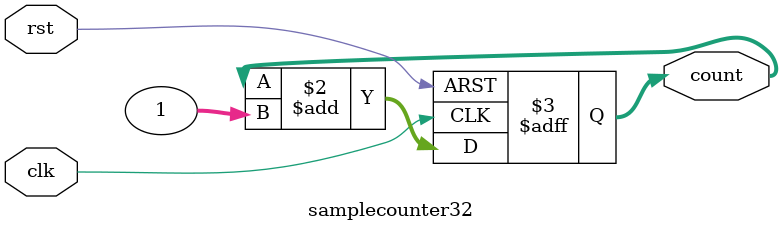
<source format=v>
module samplecounter32(rst,clk,count);
input rst,clk;
output [31:0] count;
reg [31:0] count;
always@(posedge clk or posedge rst)
begin 
if(rst)
count=0;
else 
count=count+1;
end
endmodule


</source>
